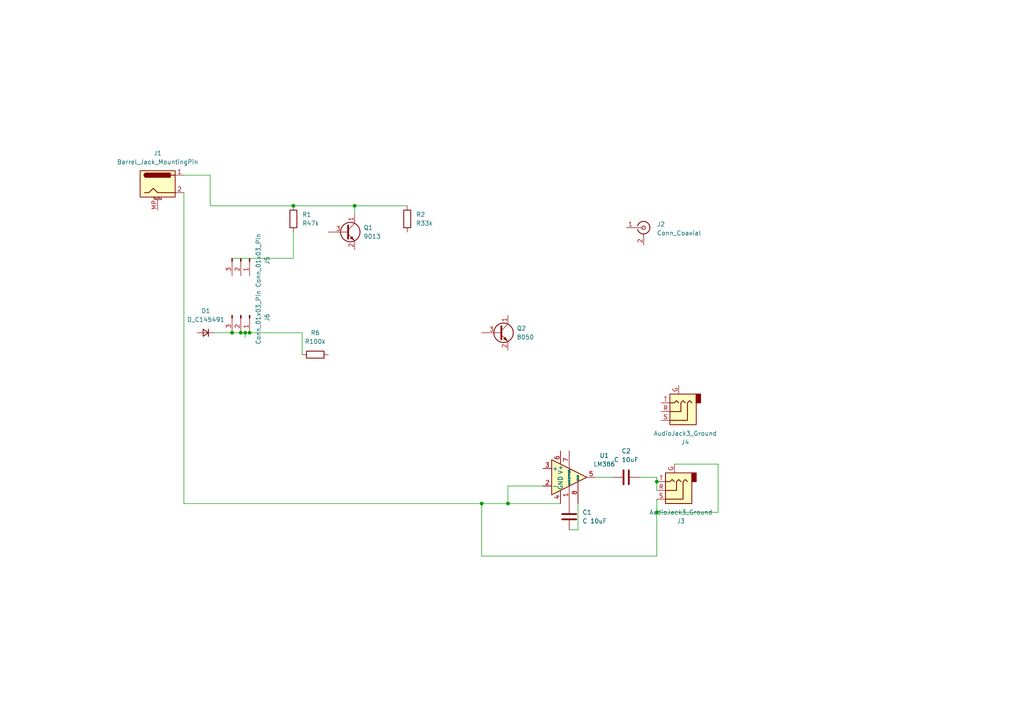
<source format=kicad_sch>
(kicad_sch (version 20231120) (generator "eeschema") (generator_version "8.0")
  (paper "A4")
  (lib_symbols
    (symbol "Amplifier_Audio:LM386" (pin_names (offset 0.127))
      (property "Reference" "U" (at 1.27 7.62 0))
      (property "Value" "LM386" (at 1.27 5.08 0))
      (symbol "LM386_0_1"
        (polyline (pts (xy 5.08 0) (xy -5.08 5.08) (xy -5.08 -5.08) (xy 5.08 0)) (stroke (width 0.254)) (fill (type background)))
      )
      (symbol "LM386_1_1"
        (pin input line (at 0 -7.62 90) (length 5.08) (name "GAIN") (number "1"))
        (pin input line (at -7.62 -2.54 0) (length 2.54) (name "-") (number "2"))
        (pin input line (at -7.62 2.54 0) (length 2.54) (name "+") (number "3"))
        (pin power_in line (at -2.54 -7.62 90) (length 3.81) (name "GND") (number "4"))
        (pin output line (at 7.62 0 180) (length 2.54) (name "~") (number "5"))
        (pin power_in line (at -2.54 7.62 270) (length 3.81) (name "V+") (number "6"))
        (pin input line (at 0 7.62 270) (length 5.08) (name "BYPASS") (number "7"))
        (pin input line (at 2.54 -7.62 90) (length 6.35) (name "GAIN") (number "8"))
      )
    )
    (symbol "Connector:Barrel_Jack_MountingPin" (pin_names hide)
      (property "Reference" "J" (at 0 5.334 0))
      (property "Value" "Barrel_Jack_MountingPin" (at 1.27 -6.35 0))
      (symbol "Barrel_Jack_MountingPin_0_1"
        (rectangle (start -5.08 3.81) (end 5.08 -3.81) (stroke (width 0.254)) (fill (type background)))
        (arc (start -3.302 3.175) (mid -3.9343 2.54) (end -3.302 1.905) (stroke (width 0.254)))
        (arc (start -3.302 3.175) (mid -3.9343 2.54) (end -3.302 1.905) (stroke (width 0.254)) (fill (type outline)))
        (polyline (pts (xy 5.08 2.54) (xy 3.81 2.54)) (stroke (width 0.254)))
        (polyline (pts (xy -3.81 -2.54) (xy -2.54 -2.54) (xy -1.27 -1.27) (xy 0 -2.54) (xy 2.54 -2.54) (xy 5.08 -2.54)) (stroke (width 0.254)))
        (rectangle (start 3.683 3.175) (end -3.302 1.905) (stroke (width 0.254)) (fill (type outline)))
      )
      (symbol "Barrel_Jack_MountingPin_1_1"
        (polyline (pts (xy -1.016 -4.572) (xy 1.016 -4.572)) (stroke (width 0.1524)))
        (text "Mounting" (at 0 -4.191 0) (effects (font (size 0.381 0.381))))
        (pin passive line (at 7.62 2.54 180) (length 2.54) (name "~") (number "1"))
        (pin passive line (at 7.62 -2.54 180) (length 2.54) (name "~") (number "2"))
        (pin passive line (at 0 -7.62 90) (length 3.048) (name "MountPin") (number "MP"))
      )
    )
    (symbol "Connector:Conn_01x03_Pin" (pin_names (offset 1.016) hide)
      (property "Reference" "J" (at 0 5.08 0))
      (property "Value" "Conn_01x03_Pin" (at 0 -5.08 0))
      (symbol "Conn_01x03_Pin_1_1"
        (polyline (pts (xy 1.27 -2.54) (xy 0.8636 -2.54)) (stroke (width 0.1524)))
        (polyline (pts (xy 1.27 0) (xy 0.8636 0)) (stroke (width 0.1524)))
        (polyline (pts (xy 1.27 2.54) (xy 0.8636 2.54)) (stroke (width 0.1524)))
        (rectangle (start 0.8636 -2.413) (end 0 -2.667) (stroke (width 0.1524)) (fill (type outline)))
        (rectangle (start 0.8636 0.127) (end 0 -0.127) (stroke (width 0.1524)) (fill (type outline)))
        (rectangle (start 0.8636 2.667) (end 0 2.413) (stroke (width 0.1524)) (fill (type outline)))
        (pin passive line (at 5.08 2.54 180) (length 3.81) (name "Pin_1") (number "1"))
        (pin passive line (at 5.08 0 180) (length 3.81) (name "Pin_2") (number "2"))
        (pin passive line (at 5.08 -2.54 180) (length 3.81) (name "Pin_3") (number "3"))
      )
    )
    (symbol "Connector:Conn_Coaxial" (pin_names (offset 1.016) hide)
      (property "Reference" "J" (at 0.254 3.048 0))
      (property "Value" "Conn_Coaxial" (at 2.921 0 90))
      (symbol "Conn_Coaxial_0_1"
        (arc (start -1.778 -0.508) (mid 0.2311 -1.8066) (end 1.778 0) (stroke (width 0.254)))
        (polyline (pts (xy -2.54 0) (xy -0.508 0)))
        (polyline (pts (xy 0 -2.54) (xy 0 -1.778)))
        (circle (center 0 0) (radius 0.508) (stroke (width 0.2032)))
        (arc (start 1.778 0) (mid 0.2099 1.8101) (end -1.778 0.508) (stroke (width 0.254)))
      )
      (symbol "Conn_Coaxial_1_1"
        (pin passive line (at -5.08 0 0) (length 2.54) (name "In") (number "1"))
        (pin passive line (at 0 -5.08 90) (length 2.54) (name "Ext") (number "2"))
      )
    )
    (symbol "Connector_Audio:AudioJack3_Ground"
      (property "Reference" "J" (at 0 8.89 0))
      (property "Value" "AudioJack3_Ground" (at 0 6.35 0))
      (symbol "AudioJack3_Ground_0_1"
        (rectangle (start -5.08 -2.54) (end -6.35 -5.08) (stroke (width 0.254)) (fill (type outline)))
        (polyline (pts (xy 0 -2.54) (xy 0.635 -3.175) (xy 1.27 -2.54) (xy 2.54 -2.54)) (stroke (width 0.254)))
        (polyline (pts (xy -1.905 -2.54) (xy -1.27 -3.175) (xy -0.635 -2.54) (xy -0.635 0) (xy 2.54 0)) (stroke (width 0.254)))
        (polyline (pts (xy 2.54 2.54) (xy -2.54 2.54) (xy -2.54 -2.54) (xy -3.175 -3.175) (xy -3.81 -2.54)) (stroke (width 0.254)))
        (rectangle (start 2.54 3.81) (end -5.08 -5.08) (stroke (width 0.254)) (fill (type background)))
      )
      (symbol "AudioJack3_Ground_1_1"
        (pin passive line (at 0 -7.62 90) (length 2.54) (name "~") (number "G"))
        (pin passive line (at 5.08 0 180) (length 2.54) (name "~") (number "R"))
        (pin passive line (at 5.08 2.54 180) (length 2.54) (name "~") (number "S"))
        (pin passive line (at 5.08 -2.54 180) (length 2.54) (name "~") (number "T"))
      )
    )
    (symbol "Device:C" (pin_numbers hide) (pin_names (offset 0.254))
      (property "Reference" "C" (at 0.635 2.54 0))
      (property "Value" "C" (at 0.635 -2.54 0))
      (symbol "C_0_1"
        (polyline (pts (xy -2.032 -0.762) (xy 2.032 -0.762)) (stroke (width 0.508)))
        (polyline (pts (xy -2.032 0.762) (xy 2.032 0.762)) (stroke (width 0.508)))
      )
      (symbol "C_1_1"
        (pin passive line (at 0 3.81 270) (length 2.794) (name "~") (number "1"))
        (pin passive line (at 0 -3.81 90) (length 2.794) (name "~") (number "2"))
      )
    )
    (symbol "Device:D_Small" (pin_numbers hide) (pin_names (offset 0.254) hide)
      (property "Reference" "D" (at -1.27 2.032 0))
      (property "Value" "D_Small" (at -3.81 -2.032 0))
      (symbol "D_Small_0_1"
        (polyline (pts (xy -0.762 -1.016) (xy -0.762 1.016)) (stroke (width 0.254)))
        (polyline (pts (xy -0.762 0) (xy 0.762 0)))
        (polyline (pts (xy 0.762 -1.016) (xy -0.762 0) (xy 0.762 1.016) (xy 0.762 -1.016)) (stroke (width 0.254)))
      )
      (symbol "D_Small_1_1"
        (pin passive line (at -2.54 0 0) (length 1.778) (name "K") (number "1"))
        (pin passive line (at 2.54 0 180) (length 1.778) (name "A") (number "2"))
      )
    )
    (symbol "Device:R" (pin_numbers hide) (pin_names (offset 0))
      (property "Reference" "R" (at 2.032 0 90))
      (property "Value" "R" (at 0 0 90))
      (symbol "R_0_1"
        (rectangle (start -1.016 -2.54) (end 1.016 2.54) (stroke (width 0.254)))
      )
      (symbol "R_1_1"
        (pin passive line (at 0 3.81 270) (length 1.27) (name "~") (number "1"))
        (pin passive line (at 0 -3.81 90) (length 1.27) (name "~") (number "2"))
      )
    )
    (symbol "Transistor_BJT:BF199" (pin_names (offset 0) hide)
      (property "Reference" "Q" (at 5.08 1.905 0))
      (property "Value" "BF199" (at 5.08 0 0))
      (symbol "BF199_0_1"
        (polyline (pts (xy 0.635 0.635) (xy 2.54 2.54)))
        (polyline (pts (xy 0.635 -0.635) (xy 2.54 -2.54) (xy 2.54 -2.54)))
        (polyline (pts (xy 0.635 1.905) (xy 0.635 -1.905) (xy 0.635 -1.905)) (stroke (width 0.508)))
        (polyline (pts (xy 1.27 -1.778) (xy 1.778 -1.27) (xy 2.286 -2.286) (xy 1.27 -1.778) (xy 1.27 -1.778)) (fill (type outline)))
        (circle (center 1.27 0) (radius 2.8194) (stroke (width 0.254)))
      )
      (symbol "BF199_1_1"
        (pin passive line (at 2.54 5.08 270) (length 2.54) (name "C") (number "1"))
        (pin passive line (at 2.54 -5.08 90) (length 2.54) (name "E") (number "2"))
        (pin input line (at -5.08 0 0) (length 5.715) (name "B") (number "3"))
      )
    )
  )
  (junction (at 190.5 139.7))
  (junction (at 102.87 59.69))
  (junction (at 190.5 148.59))
  (junction (at 139.7 146.05))
  (junction (at 67.31 96.52))
  (junction (at 147.32 146.05))
  (junction (at 71.12 96.52))
  (junction (at 69.85 96.52))
  (junction (at 85.09 59.69))
  (junction (at 72.39 96.52))
  (wire (pts (xy 102.87 59.69) (xy 118.11 59.69)))
  (wire (pts (xy 190.5 161.29) (xy 139.7 161.29)))
  (wire (pts (xy 62.23 96.52) (xy 67.31 96.52)))
  (wire (pts (xy 60.96 59.69) (xy 85.09 59.69)))
  (wire (pts (xy 60.96 50.8) (xy 60.96 59.69)))
  (wire (pts (xy 147.32 140.97) (xy 147.32 146.05)))
  (wire (pts (xy 208.28 134.62) (xy 208.28 148.59)))
  (wire (pts (xy 157.48 140.97) (xy 147.32 140.97)))
  (wire (pts (xy 85.09 59.69) (xy 102.87 59.69)))
  (wire (pts (xy 167.64 153.67) (xy 167.64 146.05)))
  (wire (pts (xy 71.12 96.52) (xy 72.39 96.52)))
  (wire (pts (xy 71.12 96.52) (xy 69.85 96.52)))
  (wire (pts (xy 85.09 74.93) (xy 85.09 67.31)))
  (wire (pts (xy 165.1 153.67) (xy 167.64 153.67)))
  (wire (pts (xy 190.5 139.7) (xy 190.5 142.24)))
  (wire (pts (xy 139.7 161.29) (xy 139.7 146.05)))
  (wire (pts (xy 53.34 146.05) (xy 53.34 55.88)))
  (wire (pts (xy 195.58 134.62) (xy 208.28 134.62)))
  (wire (pts (xy 190.5 144.78) (xy 190.5 148.59)))
  (wire (pts (xy 67.31 74.93) (xy 85.09 74.93)))
  (wire (pts (xy 71.12 97.79) (xy 71.12 96.52)))
  (wire (pts (xy 190.5 148.59) (xy 190.5 161.29)))
  (wire (pts (xy 185.42 138.43) (xy 190.5 138.43)))
  (wire (pts (xy 72.39 96.52) (xy 87.63 96.52)))
  (wire (pts (xy 147.32 146.05) (xy 162.56 146.05)))
  (wire (pts (xy 208.28 148.59) (xy 190.5 148.59)))
  (wire (pts (xy 53.34 50.8) (xy 60.96 50.8)))
  (wire (pts (xy 67.31 96.52) (xy 69.85 96.52)))
  (wire (pts (xy 172.72 138.43) (xy 177.8 138.43)))
  (wire (pts (xy 102.87 59.69) (xy 102.87 62.23)))
  (wire (pts (xy 190.5 138.43) (xy 190.5 139.7)))
  (wire (pts (xy 139.7 146.05) (xy 147.32 146.05)))
  (wire (pts (xy 87.63 96.52) (xy 87.63 102.87)))
  (wire (pts (xy 53.34 146.05) (xy 139.7 146.05)))
  (symbol (lib_id "Transistor_BJT:BF199") (at 100.33 67.31 0) (unit 1)
    (property "Reference" "Q1" (at 105.41 66.0399 0) (effects (justify left)))
    (property "Value" "9013" (at 105.41 68.5799 0) (effects (justify left)))
    (property "Footprint" "Package_TO_SOT_THT:TO-92_Inline" (effects (hide yes)))
    (property "Datasheet" "http://www.micropik.com/PDF/BF199.pdf" (effects (hide yes)))
    (property "Description" "50mA Ic, 25V Vce, NPN Radio Frequency Transistor, TO-220" (effects (hide yes)))
  )
  (symbol (lib_id "Transistor_BJT:BF199") (at 144.78 96.52 0) (unit 1)
    (property "Reference" "Q2" (at 149.86 95.2499 0) (effects (justify left)))
    (property "Value" "8050" (at 149.86 97.7899 0) (effects (justify left)))
    (property "Footprint" "Package_TO_SOT_THT:TO-92_Inline" (effects (hide yes)))
    (property "Datasheet" "http://www.micropik.com/PDF/BF199.pdf" (effects (hide yes)))
    (property "Description" "50mA Ic, 25V Vce, NPN Radio Frequency Transistor, TO-220" (effects (hide yes)))
  )
  (symbol (lib_id "Device:R") (at 118.11 63.5 0) (unit 1)
    (property "Reference" "R2" (at 120.65 62.2299 0) (effects (justify left)))
    (property "Value" "R33k" (at 120.65 64.7699 0) (effects (justify left)))
    (property "Footprint" "Resistor_SMD:R_1210_3225Metric" (effects (hide yes)))
    (property "Description" "Resistor" (effects (hide yes)))
  )
  (symbol (lib_id "Connector:Conn_01x03_Pin") (at 69.85 91.44 270) (unit 1)
    (property "Reference" "J6" (at 77.47 92.075 0))
    (property "Value" "Conn_01x03_Pin" (at 74.93 92.075 0))
    (property "Footprint" "Connector_Hirose:Hirose_DF13-03P-1.25DSA_1x03_P1.25mm_Vertical" (effects (hide yes)))
    (property "Description" "Generic connector, single row, 01x03, script generated" (effects (hide yes)))
  )
  (symbol (lib_id "Device:C") (at 181.61 138.43 90) (unit 1)
    (property "Reference" "C2" (at 181.61 130.81 90))
    (property "Value" "C 10uF" (at 181.61 133.35 90))
    (property "Footprint" "Capacitor_SMD:C_0805_2012Metric" (effects (hide yes)))
    (property "Description" "Unpolarized capacitor" (effects (hide yes)))
  )
  (symbol (lib_id "Device:C") (at 165.1 149.86 0) (unit 1)
    (property "Reference" "C1" (at 168.91 148.5899 0) (effects (justify left)))
    (property "Value" "C 10uF" (at 168.91 151.1299 0) (effects (justify left)))
    (property "Footprint" "Capacitor_SMD:C_0805_2012Metric" (effects (hide yes)))
    (property "Description" "Unpolarized capacitor" (effects (hide yes)))
  )
  (symbol (lib_id "Device:R") (at 91.44 102.87 90) (unit 1)
    (property "Reference" "R6" (at 91.44 96.52 90))
    (property "Value" "R100k" (at 91.44 99.06 90))
    (property "Footprint" "Resistor_THT:R_Axial_DIN0414_L11.9mm_D4.5mm_P15.24mm_Horizontal" (effects (hide yes)))
    (property "Description" "Resistor" (effects (hide yes)))
  )
  (symbol (lib_id "Connector:Conn_01x03_Pin") (at 69.85 74.93 270) (unit 1)
    (property "Reference" "J5" (at 77.47 75.565 0))
    (property "Value" "Conn_01x03_Pin" (at 74.93 75.565 0))
    (property "Description" "Generic connector, single row, 01x03, script generated" (effects (hide yes)))
  )
  (symbol (lib_id "Connector_Audio:AudioJack3_Ground") (at 195.58 142.24 180) (unit 1)
    (property "Reference" "J3" (at 197.485 151.13 0))
    (property "Value" "AudioJack3_Ground" (at 197.485 148.59 0))
    (property "Footprint" "Connector_Audio:Jack_3.5mm_KoreanHropartsElec_PJ-320D-4A_Horizontal" (effects (hide yes)))
    (property "Description" "Audio Jack, 3 Poles (Stereo / TRS), Grounded Sleeve" (effects (hide yes)))
  )
  (symbol (lib_id "Connector:Barrel_Jack_MountingPin") (at 45.72 53.34 0) (unit 1)
    (property "Reference" "J1" (at 45.72 44.45 0))
    (property "Value" "Barrel_Jack_MountingPin" (at 45.72 46.99 0))
    (property "Footprint" "Connector_BarrelJack:BarrelJack_Wuerth_6941xx301002" (effects (hide yes)))
    (property "Description" "DC Barrel Jack with a mounting pin" (effects (hide yes)))
  )
  (symbol (lib_id "Device:D_Small") (at 59.69 96.52 180) (unit 1)
    (property "Reference" "D1" (at 59.69 90.17 0))
    (property "Value" "D_C145491" (at 59.69 92.71 0))
    (property "Footprint" "Diode_THT:D_DO-41_SOD81_P7.62mm_Horizontal" (effects (hide yes)))
    (property "Description" "Diode, small symbol" (effects (hide yes)))
    (property "Sim.Device" "D" (effects (hide yes)))
    (property "Sim.Pins" "1=K 2=A" (effects (hide yes)))
  )
  (symbol (lib_id "Connector:Conn_Coaxial") (at 186.69 66.04 0) (unit 1)
    (property "Reference" "J2" (at 190.5 65.0631 0) (effects (justify left)))
    (property "Value" "Conn_Coaxial" (at 190.5 67.6031 0) (effects (justify left)))
    (property "Footprint" "Connector_Coaxial:BNC_Amphenol_B6252HB-NPP3G-50_Horizontal" (effects (hide yes)))
    (property "Description" "coaxial connector (BNC, SMA, SMB, SMC, Cinch/RCA, LEMO, ...)" (effects (hide yes)))
  )
  (symbol (lib_id "Device:R") (at 85.09 63.5 0) (unit 1)
    (property "Reference" "R1" (at 87.63 62.2299 0) (effects (justify left)))
    (property "Value" "R47k" (at 87.63 64.7699 0) (effects (justify left)))
    (property "Footprint" "Resistor_SMD:R_2512_6332Metric" (effects (hide yes)))
    (property "Description" "Resistor" (effects (hide yes)))
  )
  (symbol (lib_id "Amplifier_Audio:LM386") (at 165.1 138.43 0) (unit 1)
    (property "Reference" "U1" (at 175.26 132.1114 0))
    (property "Value" "LM386" (at 175.26 134.6514 0))
    (property "Footprint" "Package_DIP:DIP-8_W7.62mm_SMDSocket_SmallPads" (effects (hide yes)))
    (property "Datasheet" "http://www.ti.com/lit/ds/symlink/lm386.pdf" (effects (hide yes)))
    (property "Description" "Low Voltage Audio Power Amplifier, DIP-8/SOIC-8/SSOP-8" (effects (hide yes)))
  )
  (symbol (lib_id "Connector_Audio:AudioJack3_Ground") (at 196.85 119.38 180) (unit 1)
    (property "Reference" "J4" (at 198.755 128.27 0))
    (property "Value" "AudioJack3_Ground" (at 198.755 125.73 0))
    (property "Footprint" "Connector_Audio:Jack_3.5mm_KoreanHropartsElec_PJ-320D-4A_Horizontal" (effects (hide yes)))
    (property "Description" "Audio Jack, 3 Poles (Stereo / TRS), Grounded Sleeve" (effects (hide yes)))
  )
)
</source>
